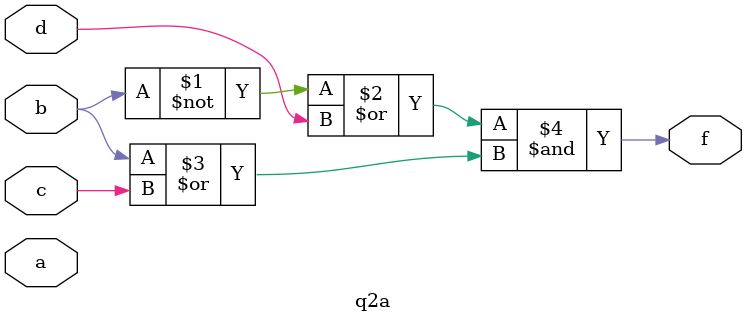
<source format=v>
module q2a(a,b,c,d,f);

input a,b,c,d;
output f;

assign f = (~(b) | d) & (b | c);

endmodule
</source>
